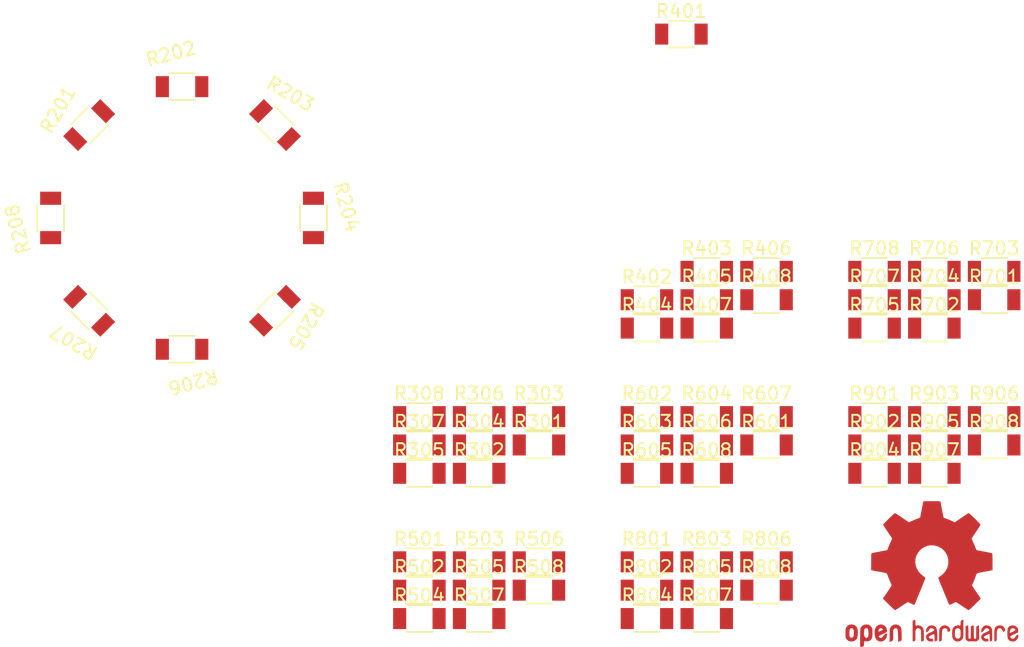
<source format=kicad_pcb>
(kicad_pcb (version 20211014) (generator pcbnew)
  (layers (0 "F.Cu" signal) (31 "B.Cu" signal) (34 "B.Paste" user) (35 "F.Paste" user) (36 "B.SilkS" user "B.Silkscreen") (37 "F.SilkS" user "F.Silkscreen") (38 "B.Mask" user) (39 "F.Mask" user) (44 "Edge.Cuts" user))
  (net 0 "")
  (footprint "Passives:R1206M" (layer "F.Cu") (at 77.380001 70.190001)
    (fp_text reference "R801" (at 0 -1.75) (layer "F.SilkS"))
    (fp_text value "1k" hide)
    (pad "1" smd rect locked (at -1.5 0) (size 1 1.6) (layers "F.Cu" "F.Paste" "F.Mask"))
    (pad "2" smd rect locked (at 1.5 0) (size 1 1.6) (layers "F.Cu" "F.Paste" "F.Mask"))
  )
  (footprint "Passives:R1206M" (layer "F.Cu") (at 77.380001 59.130001)
    (fp_text reference "R602" (at 0 -1.75) (layer "F.SilkS"))
    (fp_text value "1k" hide)
    (pad "1" smd rect locked (at -1.5 0) (size 1 1.6) (layers "F.Cu" "F.Paste" "F.Mask"))
    (pad "2" smd rect locked (at 1.5 0) (size 1 1.6) (layers "F.Cu" "F.Paste" "F.Mask"))
  )
  (footprint "Passives:R1206M" (layer "F.Cu") (at 77.380001 61.290001)
    (fp_text reference "R603" (at 0 -1.75) (layer "F.SilkS"))
    (fp_text value "1k" hide)
    (pad "1" smd rect locked (at -1.5 0) (size 1 1.6) (layers "F.Cu" "F.Paste" "F.Mask"))
    (pad "2" smd rect locked (at 1.5 0) (size 1 1.6) (layers "F.Cu" "F.Paste" "F.Mask"))
  )
  (footprint "Passives:R1206M" (layer "F.Cu") (at 81.930001 59.130001)
    (fp_text reference "R604" (at 0 -1.75) (layer "F.SilkS"))
    (fp_text value "1k" hide)
    (pad "1" smd rect locked (at -1.5 0) (size 1 1.6) (layers "F.Cu" "F.Paste" "F.Mask"))
    (pad "2" smd rect locked (at 1.5 0) (size 1 1.6) (layers "F.Cu" "F.Paste" "F.Mask"))
  )
  (footprint "Passives:R1206M" (layer "F.Cu") (at 77.380001 63.450001)
    (fp_text reference "R605" (at 0 -1.75) (layer "F.SilkS"))
    (fp_text value "1k" hide)
    (pad "1" smd rect locked (at -1.5 0) (size 1 1.6) (layers "F.Cu" "F.Paste" "F.Mask"))
    (pad "2" smd rect locked (at 1.5 0) (size 1 1.6) (layers "F.Cu" "F.Paste" "F.Mask"))
  )
  (footprint "Passives:R1206M" (layer "F.Cu") (at 81.930001 61.290001)
    (fp_text reference "R606" (at 0 -1.75) (layer "F.SilkS"))
    (fp_text value "1k" hide)
    (pad "1" smd rect locked (at -1.5 0) (size 1 1.6) (layers "F.Cu" "F.Paste" "F.Mask"))
    (pad "2" smd rect locked (at 1.5 0) (size 1 1.6) (layers "F.Cu" "F.Paste" "F.Mask"))
  )
  (footprint "Passives:R1206M" (layer "F.Cu") (at 86.480001 59.130001)
    (fp_text reference "R607" (at 0 -1.75) (layer "F.SilkS"))
    (fp_text value "1k" hide)
    (pad "1" smd rect locked (at -1.5 0) (size 1 1.6) (layers "F.Cu" "F.Paste" "F.Mask"))
    (pad "2" smd rect locked (at 1.5 0) (size 1 1.6) (layers "F.Cu" "F.Paste" "F.Mask"))
  )
  (footprint "Passives:R1206M" (layer "F.Cu") (at 81.930001 63.450001)
    (fp_text reference "R608" (at 0 -1.75) (layer "F.SilkS"))
    (fp_text value "1k" hide)
    (pad "1" smd rect locked (at -1.5 0) (size 1 1.6) (layers "F.Cu" "F.Paste" "F.Mask"))
    (pad "2" smd rect locked (at 1.5 0) (size 1 1.6) (layers "F.Cu" "F.Paste" "F.Mask"))
  )
  (footprint "Passives:R1206M" (layer "F.Cu") (at 103.800001 50.230001)
    (fp_text reference "R701" (at 0 -1.75) (layer "F.SilkS"))
    (fp_text value "1k" hide)
    (pad "1" smd rect locked (at -1.5 0) (size 1 1.6) (layers "F.Cu" "F.Paste" "F.Mask"))
    (pad "2" smd rect locked (at 1.5 0) (size 1 1.6) (layers "F.Cu" "F.Paste" "F.Mask"))
  )
  (footprint "Passives:R1206M" (layer "F.Cu") (at 99.250001 52.390001)
    (fp_text reference "R702" (at 0 -1.75) (layer "F.SilkS"))
    (fp_text value "1k" hide)
    (pad "1" smd rect locked (at -1.5 0) (size 1 1.6) (layers "F.Cu" "F.Paste" "F.Mask"))
    (pad "2" smd rect locked (at 1.5 0) (size 1 1.6) (layers "F.Cu" "F.Paste" "F.Mask"))
  )
  (footprint "Passives:R1206M" (layer "F.Cu") (at 103.800001 48.070001)
    (fp_text reference "R703" (at 0 -1.75) (layer "F.SilkS"))
    (fp_text value "1k" hide)
    (pad "1" smd rect locked (at -1.5 0) (size 1 1.6) (layers "F.Cu" "F.Paste" "F.Mask"))
    (pad "2" smd rect locked (at 1.5 0) (size 1 1.6) (layers "F.Cu" "F.Paste" "F.Mask"))
  )
  (footprint "Passives:R1206M" (layer "F.Cu") (at 99.250001 50.230001)
    (fp_text reference "R704" (at 0 -1.75) (layer "F.SilkS"))
    (fp_text value "1k" hide)
    (pad "1" smd rect locked (at -1.5 0) (size 1 1.6) (layers "F.Cu" "F.Paste" "F.Mask"))
    (pad "2" smd rect locked (at 1.5 0) (size 1 1.6) (layers "F.Cu" "F.Paste" "F.Mask"))
  )
  (footprint "Passives:R1206M" (layer "F.Cu") (at 94.700001 52.390001)
    (fp_text reference "R705" (at 0 -1.75) (layer "F.SilkS"))
    (fp_text value "1k" hide)
    (pad "1" smd rect locked (at -1.5 0) (size 1 1.6) (layers "F.Cu" "F.Paste" "F.Mask"))
    (pad "2" smd rect locked (at 1.5 0) (size 1 1.6) (layers "F.Cu" "F.Paste" "F.Mask"))
  )
  (footprint "Passives:R1206M" (layer "F.Cu") (at 99.250001 48.070001)
    (fp_text reference "R706" (at 0 -1.75) (layer "F.SilkS"))
    (fp_text value "1k" hide)
    (pad "1" smd rect locked (at -1.5 0) (size 1 1.6) (layers "F.Cu" "F.Paste" "F.Mask"))
    (pad "2" smd rect locked (at 1.5 0) (size 1 1.6) (layers "F.Cu" "F.Paste" "F.Mask"))
  )
  (footprint "Passives:R1206M" (layer "F.Cu") (at 94.700001 50.230001)
    (fp_text reference "R707" (at 0 -1.75) (layer "F.SilkS"))
    (fp_text value "1k" hide)
    (pad "1" smd rect locked (at -1.5 0) (size 1 1.6) (layers "F.Cu" "F.Paste" "F.Mask"))
    (pad "2" smd rect locked (at 1.5 0) (size 1 1.6) (layers "F.Cu" "F.Paste" "F.Mask"))
  )
  (footprint "Passives:R1206M" (layer "F.Cu") (at 94.700001 48.070001)
    (fp_text reference "R708" (at 0 -1.75) (layer "F.SilkS"))
    (fp_text value "1k" hide)
    (pad "1" smd rect locked (at -1.5 0) (size 1 1.6) (layers "F.Cu" "F.Paste" "F.Mask"))
    (pad "2" smd rect locked (at 1.5 0) (size 1 1.6) (layers "F.Cu" "F.Paste" "F.Mask"))
  )
  (footprint "Passives:R1206M" (layer "F.Cu") (at 86.480001 61.290001)
    (fp_text reference "R601" (at 0 -1.75) (layer "F.SilkS"))
    (fp_text value "1k" hide)
    (pad "1" smd rect locked (at -1.5 0) (size 1 1.6) (layers "F.Cu" "F.Paste" "F.Mask"))
    (pad "2" smd rect locked (at 1.5 0) (size 1 1.6) (layers "F.Cu" "F.Paste" "F.Mask"))
  )
  (footprint "Passives:R1206M" (layer "F.Cu") (at 77.380001 72.350001)
    (fp_text reference "R802" (at 0 -1.75) (layer "F.SilkS"))
    (fp_text value "1k" hide)
    (pad "1" smd rect locked (at -1.5 0) (size 1 1.6) (layers "F.Cu" "F.Paste" "F.Mask"))
    (pad "2" smd rect locked (at 1.5 0) (size 1 1.6) (layers "F.Cu" "F.Paste" "F.Mask"))
  )
  (footprint "Passives:R1206M" (layer "F.Cu") (at 81.930001 70.190001)
    (fp_text reference "R803" (at 0 -1.75) (layer "F.SilkS"))
    (fp_text value "1k" hide)
    (pad "1" smd rect locked (at -1.5 0) (size 1 1.6) (layers "F.Cu" "F.Paste" "F.Mask"))
    (pad "2" smd rect locked (at 1.5 0) (size 1 1.6) (layers "F.Cu" "F.Paste" "F.Mask"))
  )
  (footprint "Passives:R1206M" (layer "F.Cu") (at 77.380001 74.510001)
    (fp_text reference "R804" (at 0 -1.75) (layer "F.SilkS"))
    (fp_text value "1k" hide)
    (pad "1" smd rect locked (at -1.5 0) (size 1 1.6) (layers "F.Cu" "F.Paste" "F.Mask"))
    (pad "2" smd rect locked (at 1.5 0) (size 1 1.6) (layers "F.Cu" "F.Paste" "F.Mask"))
  )
  (footprint "Passives:R1206M" (layer "F.Cu") (at 81.930001 72.350001)
    (fp_text reference "R805" (at 0 -1.75) (layer "F.SilkS"))
    (fp_text value "1k" hide)
    (pad "1" smd rect locked (at -1.5 0) (size 1 1.6) (layers "F.Cu" "F.Paste" "F.Mask"))
    (pad "2" smd rect locked (at 1.5 0) (size 1 1.6) (layers "F.Cu" "F.Paste" "F.Mask"))
  )
  (footprint "Passives:R1206M" (layer "F.Cu") (at 86.480001 70.190001)
    (fp_text reference "R806" (at 0 -1.75) (layer "F.SilkS"))
    (fp_text value "1k" hide)
    (pad "1" smd rect locked (at -1.5 0) (size 1 1.6) (layers "F.Cu" "F.Paste" "F.Mask"))
    (pad "2" smd rect locked (at 1.5 0) (size 1 1.6) (layers "F.Cu" "F.Paste" "F.Mask"))
  )
  (footprint "Passives:R1206M" (layer "F.Cu") (at 81.930001 74.510001)
    (fp_text reference "R807" (at 0 -1.75) (layer "F.SilkS"))
    (fp_text value "1k" hide)
    (pad "1" smd rect locked (at -1.5 0) (size 1 1.6) (layers "F.Cu" "F.Paste" "F.Mask"))
    (pad "2" smd rect locked (at 1.5 0) (size 1 1.6) (layers "F.Cu" "F.Paste" "F.Mask"))
  )
  (footprint "Passives:R1206M" (layer "F.Cu") (at 86.480001 72.350001)
    (fp_text reference "R808" (at 0 -1.75) (layer "F.SilkS"))
    (fp_text value "1k" hide)
    (pad "1" smd rect locked (at -1.5 0) (size 1 1.6) (layers "F.Cu" "F.Paste" "F.Mask"))
    (pad "2" smd rect locked (at 1.5 0) (size 1 1.6) (layers "F.Cu" "F.Paste" "F.Mask"))
  )
  (footprint "Passives:R1206M" (layer "F.Cu") (at 94.700001 59.130001)
    (fp_text reference "R901" (at 0 -1.75) (layer "F.SilkS"))
    (fp_text value "1k" hide)
    (pad "1" smd rect locked (at -1.5 0) (size 1 1.6) (layers "F.Cu" "F.Paste" "F.Mask"))
    (pad "2" smd rect locked (at 1.5 0) (size 1 1.6) (layers "F.Cu" "F.Paste" "F.Mask"))
  )
  (footprint "Passives:R1206M" (layer "F.Cu") (at 94.700001 61.290001)
    (fp_text reference "R902" (at 0 -1.75) (layer "F.SilkS"))
    (fp_text value "1k" hide)
    (pad "1" smd rect locked (at -1.5 0) (size 1 1.6) (layers "F.Cu" "F.Paste" "F.Mask"))
    (pad "2" smd rect locked (at 1.5 0) (size 1 1.6) (layers "F.Cu" "F.Paste" "F.Mask"))
  )
  (footprint "Passives:R1206M" (layer "F.Cu") (at 99.250001 59.130001)
    (fp_text reference "R903" (at 0 -1.75) (layer "F.SilkS"))
    (fp_text value "1k" hide)
    (pad "1" smd rect locked (at -1.5 0) (size 1 1.6) (layers "F.Cu" "F.Paste" "F.Mask"))
    (pad "2" smd rect locked (at 1.5 0) (size 1 1.6) (layers "F.Cu" "F.Paste" "F.Mask"))
  )
  (footprint "Passives:R1206M" (layer "F.Cu") (at 94.700001 63.450001)
    (fp_text reference "R904" (at 0 -1.75) (layer "F.SilkS"))
    (fp_text value "1k" hide)
    (pad "1" smd rect locked (at -1.5 0) (size 1 1.6) (layers "F.Cu" "F.Paste" "F.Mask"))
    (pad "2" smd rect locked (at 1.5 0) (size 1 1.6) (layers "F.Cu" "F.Paste" "F.Mask"))
  )
  (footprint "Passives:R1206M" (layer "F.Cu") (at 99.250001 61.290001)
    (fp_text reference "R905" (at 0 -1.75) (layer "F.SilkS"))
    (fp_text value "1k" hide)
    (pad "1" smd rect locked (at -1.5 0) (size 1 1.6) (layers "F.Cu" "F.Paste" "F.Mask"))
    (pad "2" smd rect locked (at 1.5 0) (size 1 1.6) (layers "F.Cu" "F.Paste" "F.Mask"))
  )
  (footprint "Passives:R1206M" (layer "F.Cu") (at 103.800001 59.130001)
    (fp_text reference "R906" (at 0 -1.75) (layer "F.SilkS"))
    (fp_text value "1k" hide)
    (pad "1" smd rect locked (at -1.5 0) (size 1 1.6) (layers "F.Cu" "F.Paste" "F.Mask"))
    (pad "2" smd rect locked (at 1.5 0) (size 1 1.6) (layers "F.Cu" "F.Paste" "F.Mask"))
  )
  (footprint "Passives:R1206M" (layer "F.Cu") (at 99.250001 63.450001)
    (fp_text reference "R907" (at 0 -1.75) (layer "F.SilkS"))
    (fp_text value "1k" hide)
    (pad "1" smd rect locked (at -1.5 0) (size 1 1.6) (layers "F.Cu" "F.Paste" "F.Mask"))
    (pad "2" smd rect locked (at 1.5 0) (size 1 1.6) (layers "F.Cu" "F.Paste" "F.Mask"))
  )
  (footprint "Passives:R1206M" (layer "F.Cu") (at 103.800001 61.290001)
    (fp_text reference "R908" (at 0 -1.75) (layer "F.SilkS"))
    (fp_text value "1k" hide)
    (pad "1" smd rect locked (at -1.5 0) (size 1 1.6) (layers "F.Cu" "F.Paste" "F.Mask"))
    (pad "2" smd rect locked (at 1.5 0) (size 1 1.6) (layers "F.Cu" "F.Paste" "F.Mask"))
  )
  (footprint "Passives:R1206M" (layer "F.Cu") (at 80 30)
    (fp_text reference "R401" (at 0 -1.75) (layer "F.SilkS"))
    (fp_text value "1k" hide)
    (pad "1" smd rect locked (at -1.5 0) (size 1 1.6) (layers "F.Cu" "F.Paste" "F.Mask"))
    (pad "2" smd rect locked (at 1.5 0) (size 1 1.6) (layers "F.Cu" "F.Paste" "F.Mask"))
  )
  (footprint "Passives:R1206M" (layer "F.Cu") (at 42 34)
    (fp_text reference "R202" (at -0.852 -2.504 15 unlocked) (layer "F.SilkS"))
    (fp_text value "1k" hide)
    (pad "1" smd rect locked (at -1.5 0) (size 1 1.6) (layers "F.Cu" "F.Paste" "F.Mask"))
    (pad "2" smd rect locked (at 1.5 0) (size 1 1.6) (layers "F.Cu" "F.Paste" "F.Mask"))
  )
  (footprint "Passives:R1206M" (layer "F.Cu") (at 49.071067 36.928932 -45)
    (fp_text reference "R203" (at -0.852001 -2.504 -30 unlocked) (layer "F.SilkS"))
    (fp_text value "1k" hide)
    (pad "1" smd rect locked (at -1.5 0 315) (size 1 1.6) (layers "F.Cu" "F.Paste" "F.Mask"))
    (pad "2" smd rect locked (at 1.5 0 315) (size 1 1.6) (layers "F.Cu" "F.Paste" "F.Mask"))
  )
  (footprint "Passives:R1206M" (layer "F.Cu") (at 52 44 -90)
    (fp_text reference "R204" (at -0.852 -2.504 -75 unlocked) (layer "F.SilkS"))
    (fp_text value "1k" hide)
    (pad "1" smd rect locked (at -1.5 0 270) (size 1 1.6) (layers "F.Cu" "F.Paste" "F.Mask"))
    (pad "2" smd rect locked (at 1.5 0 270) (size 1 1.6) (layers "F.Cu" "F.Paste" "F.Mask"))
  )
  (footprint "Passives:R1206M" (layer "F.Cu") (at 49.071067 51.071067 -135)
    (fp_text reference "R205" (at -0.852 -2.503999 -120 unlocked) (layer "F.SilkS"))
    (fp_text value "1k" hide)
    (pad "1" smd rect locked (at -1.5 0 225) (size 1 1.6) (layers "F.Cu" "F.Paste" "F.Mask"))
    (pad "2" smd rect locked (at 1.5 0 225) (size 1 1.6) (layers "F.Cu" "F.Paste" "F.Mask"))
  )
  (footprint "Passives:R1206M" (layer "F.Cu") (at 42 54 180)
    (fp_text reference "R206" (at -0.852 -2.504 195 unlocked) (layer "F.SilkS"))
    (fp_text value "1k" hide)
    (pad "1" smd rect locked (at -1.5 0 180) (size 1 1.6) (layers "F.Cu" "F.Paste" "F.Mask"))
    (pad "2" smd rect locked (at 1.5 0 180) (size 1 1.6) (layers "F.Cu" "F.Paste" "F.Mask"))
  )
  (footprint "Passives:R1206M" (layer "F.Cu") (at 34.928932 51.071067 135)
    (fp_text reference "R207" (at -0.851999 -2.504 150 unlocked) (layer "F.SilkS"))
    (fp_text value "1k" hide)
    (pad "1" smd rect locked (at -1.5 0 135) (size 1 1.6) (layers "F.Cu" "F.Paste" "F.Mask"))
    (pad "2" smd rect locked (at 1.5 0 135) (size 1 1.6) (layers "F.Cu" "F.Paste" "F.Mask"))
  )
  (footprint "Passives:R1206M" (layer "F.Cu") (at 32 44 90)
    (fp_text reference "R208" (at -0.852 -2.504 105 unlocked) (layer "F.SilkS"))
    (fp_text value "1k" hide)
    (pad "1" smd rect locked (at -1.5 0 90) (size 1 1.6) (layers "F.Cu" "F.Paste" "F.Mask"))
    (pad "2" smd rect locked (at 1.5 0 90) (size 1 1.6) (layers "F.Cu" "F.Paste" "F.Mask"))
  )
  (footprint "Passives:R1206M" (layer "F.Cu") (at 69.160001 61.290001)
    (fp_text reference "R301" (at 0 -1.75) (layer "F.SilkS"))
    (fp_text value "1k" hide)
    (pad "1" smd rect locked (at -1.5 0) (size 1 1.6) (layers "F.Cu" "F.Paste" "F.Mask"))
    (pad "2" smd rect locked (at 1.5 0) (size 1 1.6) (layers "F.Cu" "F.Paste" "F.Mask"))
  )
  (footprint "Passives:R1206M" (layer "F.Cu") (at 64.610001 63.450001)
    (fp_text reference "R302" (at 0 -1.75) (layer "F.SilkS"))
    (fp_text value "1k" hide)
    (pad "1" smd rect locked (at -1.5 0) (size 1 1.6) (layers "F.Cu" "F.Paste" "F.Mask"))
    (pad "2" smd rect locked (at 1.5 0) (size 1 1.6) (layers "F.Cu" "F.Paste" "F.Mask"))
  )
  (footprint "Passives:R1206M" (layer "F.Cu") (at 69.160001 59.130001)
    (fp_text reference "R303" (at 0 -1.75) (layer "F.SilkS"))
    (fp_text value "1k" hide)
    (pad "1" smd rect locked (at -1.5 0) (size 1 1.6) (layers "F.Cu" "F.Paste" "F.Mask"))
    (pad "2" smd rect locked (at 1.5 0) (size 1 1.6) (layers "F.Cu" "F.Paste" "F.Mask"))
  )
  (footprint "Passives:R1206M" (layer "F.Cu") (at 64.610001 61.290001)
    (fp_text reference "R304" (at 0 -1.75) (layer "F.SilkS"))
    (fp_text value "1k" hide)
    (pad "1" smd rect locked (at -1.5 0) (size 1 1.6) (layers "F.Cu" "F.Paste" "F.Mask"))
    (pad "2" smd rect locked (at 1.5 0) (size 1 1.6) (layers "F.Cu" "F.Paste" "F.Mask"))
  )
  (footprint "Passives:R1206M" (layer "F.Cu") (at 60.060001 63.450001)
    (fp_text reference "R305" (at 0 -1.75) (layer "F.SilkS"))
    (fp_text value "1k" hide)
    (pad "1" smd rect locked (at -1.5 0) (size 1 1.6) (layers "F.Cu" "F.Paste" "F.Mask"))
    (pad "2" smd rect locked (at 1.5 0) (size 1 1.6) (layers "F.Cu" "F.Paste" "F.Mask"))
  )
  (footprint "Passives:R1206M" (layer "F.Cu") (at 64.610001 59.130001)
    (fp_text reference "R306" (at 0 -1.75) (layer "F.SilkS"))
    (fp_text value "1k" hide)
    (pad "1" smd rect locked (at -1.5 0) (size 1 1.6) (layers "F.Cu" "F.Paste" "F.Mask"))
    (pad "2" smd rect locked (at 1.5 0) (size 1 1.6) (layers "F.Cu" "F.Paste" "F.Mask"))
  )
  (footprint "Passives:R1206M" (layer "F.Cu") (at 60.060001 61.290001)
    (fp_text reference "R307" (at 0 -1.75) (layer "F.SilkS"))
    (fp_text value "1k" hide)
    (pad "1" smd rect locked (at -1.5 0) (size 1 1.6) (layers "F.Cu" "F.Paste" "F.Mask"))
    (pad "2" smd rect locked (at 1.5 0) (size 1 1.6) (layers "F.Cu" "F.Paste" "F.Mask"))
  )
  (footprint "Passives:R1206M" (layer "F.Cu") (at 60.060001 59.130001)
    (fp_text reference "R308" (at 0 -1.75) (layer "F.SilkS"))
    (fp_text value "1k" hide)
    (pad "1" smd rect locked (at -1.5 0) (size 1 1.6) (layers "F.Cu" "F.Paste" "F.Mask"))
    (pad "2" smd rect locked (at 1.5 0) (size 1 1.6) (layers "F.Cu" "F.Paste" "F.Mask"))
  )
  (footprint "Passives:R1206M" (layer "F.Cu") (at 34.928932 36.928932 45)
    (fp_text reference "R201" (at -0.852 -2.504001 60 unlocked) (layer "F.SilkS"))
    (fp_text value "1k" hide)
    (pad "1" smd rect locked (at -1.5 0 45) (size 1 1.6) (layers "F.Cu" "F.Paste" "F.Mask"))
    (pad "2" smd rect locked (at 1.5 0 45) (size 1 1.6) (layers "F.Cu" "F.Paste" "F.Mask"))
  )
  (footprint "Passives:R1206M" (layer "F.Cu") (at 77.380001 50.230001)
    (fp_text reference "R402" (at 0 -1.75) (layer "F.SilkS"))
    (fp_text value "1k" hide)
    (pad "1" smd rect locked (at -1.5 0) (size 1 1.6) (layers "F.Cu" "F.Paste" "F.Mask"))
    (pad "2" smd rect locked (at 1.5 0) (size 1 1.6) (layers "F.Cu" "F.Paste" "F.Mask"))
  )
  (footprint "Passives:R1206M" (layer "F.Cu") (at 81.930001 48.070001)
    (fp_text reference "R403" (at 0 -1.75) (layer "F.SilkS"))
    (fp_text value "1k" hide)
    (pad "1" smd rect locked (at -1.5 0) (size 1 1.6) (layers "F.Cu" "F.Paste" "F.Mask"))
    (pad "2" smd rect locked (at 1.5 0) (size 1 1.6) (layers "F.Cu" "F.Paste" "F.Mask"))
  )
  (footprint "Passives:R1206M" (layer "F.Cu") (at 77.380001 52.390001)
    (fp_text reference "R404" (at 0 -1.75) (layer "F.SilkS"))
    (fp_text value "1k" hide)
    (pad "1" smd rect locked (at -1.5 0) (size 1 1.6) (layers "F.Cu" "F.Paste" "F.Mask"))
    (pad "2" smd rect locked (at 1.5 0) (size 1 1.6) (layers "F.Cu" "F.Paste" "F.Mask"))
  )
  (footprint "Passives:R1206M" (layer "F.Cu") (at 81.930001 50.230001)
    (fp_text reference "R405" (at 0 -1.75) (layer "F.SilkS"))
    (fp_text value "1k" hide)
    (pad "1" smd rect locked (at -1.5 0) (size 1 1.6) (layers "F.Cu" "F.Paste" "F.Mask"))
    (pad "2" smd rect locked (at 1.5 0) (size 1 1.6) (layers "F.Cu" "F.Paste" "F.Mask"))
  )
  (footprint "Passives:R1206M" (layer "F.Cu") (at 86.480001 48.070001)
    (fp_text reference "R406" (at 0 -1.75) (layer "F.SilkS"))
    (fp_text value "1k" hide)
    (pad "1" smd rect locked (at -1.5 0) (size 1 1.6) (layers "F.Cu" "F.Paste" "F.Mask"))
    (pad "2" smd rect locked (at 1.5 0) (size 1 1.6) (layers "F.Cu" "F.Paste" "F.Mask"))
  )
  (footprint "Passives:R1206M" (layer "F.Cu") (at 81.930001 52.390001)
    (fp_text reference "R407" (at 0 -1.75) (layer "F.SilkS"))
    (fp_text value "1k" hide)
    (pad "1" smd rect locked (at -1.5 0) (size 1 1.6) (layers "F.Cu" "F.Paste" "F.Mask"))
    (pad "2" smd rect locked (at 1.5 0) (size 1 1.6) (layers "F.Cu" "F.Paste" "F.Mask"))
  )
  (footprint "Passives:R1206M" (layer "F.Cu") (at 86.480001 50.230001)
    (fp_text reference "R408" (at 0 -1.75) (layer "F.SilkS"))
    (fp_text value "1k" hide)
    (pad "1" smd rect locked (at -1.5 0) (size 1 1.6) (layers "F.Cu" "F.Paste" "F.Mask"))
    (pad "2" smd rect locked (at 1.5 0) (size 1 1.6) (layers "F.Cu" "F.Paste" "F.Mask"))
  )
  (footprint "Passives:R1206M" (layer "F.Cu") (at 60.060001 70.190001)
    (fp_text reference "R501" (at 0 -1.75) (layer "F.SilkS"))
    (fp_text value "1k" hide)
    (pad "1" smd rect locked (at -1.5 0) (size 1 1.6) (layers "F.Cu" "F.Paste" "F.Mask"))
    (pad "2" smd rect locked (at 1.5 0) (size 1 1.6) (layers "F.Cu" "F.Paste" "F.Mask"))
  )
  (footprint "Passives:R1206M" (layer "F.Cu") (at 60.060001 72.350001)
    (fp_text reference "R502" (at 0 -1.75) (layer "F.SilkS"))
    (fp_text value "1k" hide)
    (pad "1" smd rect locked (at -1.5 0) (size 1 1.6) (layers "F.Cu" "F.Paste" "F.Mask"))
    (pad "2" smd rect locked (at 1.5 0) (size 1 1.6) (layers "F.Cu" "F.Paste" "F.Mask"))
  )
  (footprint "Passives:R1206M" (layer "F.Cu") (at 64.610001 70.190001)
    (fp_text reference "R503" (at 0 -1.75) (layer "F.SilkS"))
    (fp_text value "1k" hide)
    (pad "1" smd rect locked (at -1.5 0) (size 1 1.6) (layers "F.Cu" "F.Paste" "F.Mask"))
    (pad "2" smd rect locked (at 1.5 0) (size 1 1.6) (layers "F.Cu" "F.Paste" "F.Mask"))
  )
  (footprint "Passives:R1206M" (layer "F.Cu") (at 60.060001 74.510001)
    (fp_text reference "R504" (at 0 -1.75) (layer "F.SilkS"))
    (fp_text value "1k" hide)
    (pad "1" smd rect locked (at -1.5 0) (size 1 1.6) (layers "F.Cu" "F.Paste" "F.Mask"))
    (pad "2" smd rect locked (at 1.5 0) (size 1 1.6) (layers "F.Cu" "F.Paste" "F.Mask"))
  )
  (footprint "Passives:R1206M" (layer "F.Cu") (at 64.610001 72.350001)
    (fp_text reference "R505" (at 0 -1.75) (layer "F.SilkS"))
    (fp_text value "1k" hide)
    (pad "1" smd rect locked (at -1.5 0) (size 1 1.6) (layers "F.Cu" "F.Paste" "F.Mask"))
    (pad "2" smd rect locked (at 1.5 0) (size 1 1.6) (layers "F.Cu" "F.Paste" "F.Mask"))
  )
  (footprint "Passives:R1206M" (layer "F.Cu") (at 69.160001 70.190001)
    (fp_text reference "R506" (at 0 -1.75) (layer "F.SilkS"))
    (fp_text value "1k" hide)
    (pad "1" smd rect locked (at -1.5 0) (size 1 1.6) (layers "F.Cu" "F.Paste" "F.Mask"))
    (pad "2" smd rect locked (at 1.5 0) (size 1 1.6) (layers "F.Cu" "F.Paste" "F.Mask"))
  )
  (footprint "Passives:R1206M" (layer "F.Cu") (at 64.610001 74.510001)
    (fp_text reference "R507" (at 0 -1.75) (layer "F.SilkS"))
    (fp_text value "1k" hide)
    (pad "1" smd rect locked (at -1.5 0) (size 1 1.6) (layers "F.Cu" "F.Paste" "F.Mask"))
    (pad "2" smd rect locked (at 1.5 0) (size 1 1.6) (layers "F.Cu" "F.Paste" "F.Mask"))
  )
  (footprint "Passives:R1206M" (layer "F.Cu") (at 69.160001 72.350001)
    (fp_text reference "R508" (at 0 -1.75) (layer "F.SilkS"))
    (fp_text value "1k" hide)
    (pad "1" smd rect locked (at -1.5 0) (size 1 1.6) (layers "F.Cu" "F.Paste" "F.Mask"))
    (pad "2" smd rect locked (at 1.5 0) (size 1 1.6) (layers "F.Cu" "F.Paste" "F.Mask"))
  )
  (footprint "Symbol:OSHW-Logo2_14.6x12mm_Copper" (layer "F.Cu") (at 99.06 71.12)
    (fp_text reference "REF**" hide)
    (fp_text value "OSHW-Logo2_14.6x12mm_Copper" hide)
    (fp_poly (pts (xy -4.8281 3.861903) (xy -4.71655 3.917522) (xy -4.618092 4.019931) (xy -4.590977 4.057864) (xy -4.561438 4.1075) (xy -4.542272 4.161412) (xy -4.531307 4.233364) (xy -4.526371 4.337122) (xy -4.525287 4.474101) (xy -4.530182 4.661815) (xy -4.547196 4.802758) (xy -4.579823 4.907908) (xy -4.631558 4.988243) (xy -4.705896 5.054741) (xy -4.711358 5.058678) (xy -4.78462 5.098953) (xy -4.87284 5.11888) (xy -4.985038 5.123793) (xy -5.167433 5.123793) (xy -5.167509 5.300857) (xy -5.169207 5.39947) (xy -5.17955 5.457314) (xy -5.206578 5.492006) (xy -5.258332 5.521164) (xy -5.270761 5.527121) (xy -5.328923 5.555039) (xy -5.373956 5.572672) (xy -5.407441 5.574194) (xy -5.430962 5.553781) (xy -5.4461 5.505607) (xy -5.454437 5.423846) (xy -5.457556 5.302672) (xy -5.45704 5.13626) (xy -5.454471 4.918785) (xy -5.453668 4.853736) (xy -5.450778 4.629502) (xy -5.448188 4.482821) (xy -5.167586 4.482821) (xy -5.166009 4.607326) (xy -5.159 4.688787) (xy -5.143142 4.742515) (xy -5.115019 4.783823) (xy -5.095925 4.803971) (xy -5.017865 4.862921) (xy -4.948753 4.86772) (xy -4.87744 4.819038) (xy -4.875632 4.817241) (xy -4.846617 4.779618) (xy -4.828967 4.728484) (xy -4.820064 4.649738) (xy -4.817291 4.529276) (xy -4.817241 4.502588) (xy -4.823942 4.336583) (xy -4.845752 4.221505) (xy -4.885235 4.151254) (xy -4.944956 4.119729) (xy -4.979472 4.116552) (xy -5.061389 4.13146) (xy -5.117579 4.180548) (xy -5.151402 4.270362) (xy -5.16622 4.407445) (xy -5.167586 4.482821) (xy -5.448188 4.482821) (xy -5.447713 4.455952) (xy -5.443753 4.325382) (xy -5.438174 4.230087) (xy -5.430254 4.162364) (xy -5.419269 4.114507) (xy -5.404499 4.078813) (xy -5.385218 4.047578) (xy -5.376951 4.035824) (xy -5.267288 3.924797) (xy -5.128635 3.861847) (xy -4.968246 3.844297) (xy -4.8281 3.861903)) (layer "F.Cu") (width 0.01) (fill solid))
    (fp_poly (pts (xy 6.343439 3.95654) (xy 6.45895 4.032034) (xy 6.514664 4.099617) (xy 6.558804 4.222255) (xy 6.562309 4.319298) (xy 6.554368 4.449056) (xy 6.255115 4.580039) (xy 6.109611 4.646958) (xy 6.014537 4.70079) (xy 5.965101 4.747416) (xy 5.956511 4.79272) (xy 5.983972 4.842582) (xy 6.014253 4.875632) (xy 6.102363 4.928633) (xy 6.198196 4.932347) (xy 6.286212 4.891041) (xy 6.350869 4.808983) (xy 6.362433 4.780008) (xy 6.417825 4.689509) (xy 6.481553 4.65094) (xy 6.568966 4.617946) (xy 6.568966 4.743034) (xy 6.561238 4.828156) (xy 6.530966 4.899938) (xy 6.467518 4.982356) (xy 6.458088 4.993066) (xy 6.387513 5.066391) (xy 6.326847 5.105742) (xy 6.25095 5.123845) (xy 6.18803 5.129774) (xy 6.075487 5.131251) (xy 5.99537 5.112535) (xy 5.94539 5.084747) (xy 5.866838 5.023641) (xy 5.812463 4.957554) (xy 5.778052 4.874441) (xy 5.759388 4.762254) (xy 5.752256 4.608946) (xy 5.751687 4.531136) (xy 5.753622 4.437853) (xy 5.929899 4.437853) (xy 5.931944 4.487896) (xy 5.937039 4.496092) (xy 5.970666 4.484958) (xy 6.04303 4.455493) (xy 6.139747 4.413601) (xy 6.159973 4.404597) (xy 6.282203 4.342442) (xy 6.349547 4.287815) (xy 6.364348 4.236649) (xy 6.328947 4.184876) (xy 6.299711 4.162) (xy 6.194216 4.11625) (xy 6.095476 4.123808) (xy 6.012812 4.179651) (xy 5.955548 4.278753) (xy 5.937188 4.357414) (xy 5.929899 4.437853) (xy 5.753622 4.437853) (xy 5.755459 4.349351) (xy 5.769359 4.214853) (xy 5.796894 4.116916) (xy 5.841572 4.044811) (xy 5.906901 3.987813) (xy 5.935383 3.969393) (xy 6.064763 3.921422) (xy 6.206412 3.918403) (xy 6.343439 3.95654)) (layer "F.Cu") (width 0.01) (fill solid))
    (fp_poly (pts (xy 5.33569 3.940018) (xy 5.370585 3.955269) (xy 5.453877 4.021235) (xy 5.525103 4.116618) (xy 5.569153 4.218406) (xy 5.576322 4.268587) (xy 5.552285 4.338647) (xy 5.499561 4.375717) (xy 5.443031 4.398164) (xy 5.417146 4.4023) (xy 5.404542 4.372283) (xy 5.379654 4.306961) (xy 5.368735 4.277445) (xy 5.307508 4.175348) (xy 5.218861 4.124423) (xy 5.105193 4.125989) (xy 5.096774 4.127994) (xy 5.036088 4.156767) (xy 4.991474 4.212859) (xy 4.961002 4.303163) (xy 4.942744 4.434571) (xy 4.934771 4.613974) (xy 4.934023 4.709433) (xy 4.933652 4.859913) (xy 4.931223 4.962495) (xy 4.92476 5.027672) (xy 4.912288 5.065938) (xy 4.891833 5.087785) (xy 4.861419 5.103707) (xy 4.859661 5.104509) (xy 4.801091 5.129272) (xy 4.772075 5.138391) (xy 4.767616 5.110822) (xy 4.763799 5.03462) (xy 4.760899 4.919541) (xy 4.759191 4.775341) (xy 4.758851 4.669814) (xy 4.760588 4.465613) (xy 4.767382 4.310697) (xy 4.781607 4.196024) (xy 4.805638 4.112551) (xy 4.841848 4.051236) (xy 4.892612 4.003034) (xy 4.942739 3.969393) (xy 5.063275 3.924619) (xy 5.203557 3.914521) (xy 5.33569 3.940018)) (layer "F.Cu") (width 0.01) (fill solid))
    (fp_poly (pts (xy 0.209014 -5.547002) (xy 0.367006 -5.546137) (xy 0.481347 -5.543795) (xy 0.559407 -5.539238) (xy 0.608554 -5.53173) (xy 0.636159 -5.520534) (xy 0.649592 -5.504912) (xy 0.656221 -5.484127) (xy 0.656865 -5.481437) (xy 0.666935 -5.432887) (xy 0.685575 -5.337095) (xy 0.710845 -5.204257) (xy 0.740807 -5.044569) (xy 0.773522 -4.868226) (xy 0.774664 -4.862033) (xy 0.807433 -4.689218) (xy 0.838093 -4.536531) (xy 0.864664 -4.413129) (xy 0.885167 -4.328169) (xy 0.897626 -4.29081) (xy 0.89822 -4.290148) (xy 0.934919 -4.271905) (xy 1.010586 -4.241503) (xy 1.108878 -4.205507) (xy 1.109425 -4.205315) (xy 1.233233 -4.158778) (xy 1.379196 -4.099496) (xy 1.516781 -4.039891) (xy 1.523293 -4.036944) (xy 1.74739 -3.935235) (xy 2.243619 -4.274103) (xy 2.395846 -4.377408) (xy 2.533741 -4.469763) (xy 2.649315 -4.545916) (xy 2.734579 -4.600615) (xy 2.781544 -4.628607) (xy 2.786004 -4.630683) (xy 2.820134 -4.62144) (xy 2.883881 -4.576844) (xy 2.979731 -4.494791) (xy 3.110169 -4.373179) (xy 3.243328 -4.243795) (xy 3.371694 -4.116298) (xy 3.486581 -3.999954) (xy 3.581073 -3.901948) (xy 3.648253 -3.829464) (xy 3.681206 -3.789687) (xy 3.682432 -3.787639) (xy 3.686074 -3.760344) (xy 3.67235 -3.715766) (xy 3.637869 -3.647888) (xy 3.579239 -3.550689) (xy 3.49307 -3.418149) (xy 3.3782 -3.247524) (xy 3.276254 -3.097345) (xy 3.185123 -2.96265) (xy 3.110073 -2.85126) (xy 3.056369 -2.770995) (xy 3.02928 -2.729675) (xy 3.027574 -2.72687) (xy 3.030882 -2.687279) (xy 3.055953 -2.610331) (xy 3.097798 -2.510568) (xy 3.112712 -2.478709) (xy 3.177786 -2.336774) (xy 3.247212 -2.175727) (xy 3.303609 -2.036379) (xy 3.344247 -1.932956) (xy 3.376526 -1.854358) (xy 3.395178 -1.81328) (xy 3.397497 -1.810115) (xy 3.431803 -1.804872) (xy 3.512669 -1.790506) (xy 3.629343 -1.769063) (xy 3.771075 -1.742587) (xy 3.92711 -1.713123) (xy 4.086698 -1.682717) (xy 4.239085 -1.653412) (xy 4.373521 -1.627255) (xy 4.479252 -1.60629) (xy 4.545526 -1.592561) (xy 4.561782 -1.58868) (xy 4.578573 -1.5791) (xy 4.591249 -1.557464) (xy 4.600378 -1.516469) (xy 4.606531 -1.448811) (xy 4.61028 -1.347188) (xy 4.612192 -1.204297) (xy 4.61284 -1.012835) (xy 4.612874 -0.934355) (xy 4.612874 -0.296094) (xy 4.459598 -0.26584) (xy 4.374322 -0.249436) (xy 4.24707 -0.225491) (xy 4.093315 -0.196893) (xy 3.928534 -0.166533) (xy 3.882989 -0.158194) (xy 3.730932 -0.12863) (xy 3.598468 -0.099558) (xy 3.496714 -0.073671) (xy 3.436788 -0.053663) (xy 3.426805 -0.047699) (xy 3.402293 -0.005466) (xy 3.367148 0.07637) (xy 3.328173 0.181683) (xy 3.320442 0.204368) (xy 3.26936 0.345018) (xy 3.205954 0.503714) (xy 3.143904 0.646225) (xy 3.143598 0.646886) (xy 3.040267 0.87044) (xy 3.719961 1.870232) (xy 3.283621 2.3073) (xy 3.151649 2.437381) (xy 3.031279 2.552048) (xy 2.929273 2.645181) (xy 2.852391 2.710658) (xy 2.807393 2.742357) (xy 2.800938 2.744368) (xy 2.76304 2.728529) (xy 2.685708 2.684496) (xy 2.577389 2.61749) (xy 2.446532 2.532734) (xy 2.305052 2.437816) (xy 2.161461 2.340998) (xy 2.033435 2.256751) (xy 1.929105 2.190258) (xy 1.8566 2.146702) (xy 1.824158 2.131264) (xy 1.784576 2.144328) (xy 1.709519 2.17875) (xy 1.614468 2.22738) (xy 1.604392 2.232785) (xy 1.476391 2.29698) (xy 1.388618 2.328463) (xy 1.334028 2.328798) (xy 1.305575 2.299548) (xy 1.30541 2.299138) (xy 1.291188 2.264498) (xy 1.257269 2.182269) (xy 1.206284 2.058814) (xy 1.140862 1.900498) (xy 1.063634 1.713686) (xy 0.977229 1.504742) (xy 0.893551 1.302446) (xy 0.801588 1.0792) (xy 0.71715 0.872392) (xy 0.642769 0.688362) (xy 0.580974 0.533451) (xy 0.534297 0.413996) (xy 0.505268 0.336339) (xy 0.496322 0.307356) (xy 0.518756 0.27411) (xy 0.577439 0.221123) (xy 0.655689 0.162704) (xy 0.878534 -0.022048) (xy 1.052718 -0.233818) (xy 1.176154 -0.468144) (xy 1.246754 -0.720566) (xy 1.262431 -0.986623) (xy 1.251036 -1.109425) (xy 1.18895 -1.364207) (xy 1.082023 -1.589199) (xy 0.936889 -1.782183) (xy 0.760178 -1.940939) (xy 0.558522 -2.06325) (xy 0.338554 -2.146895) (xy 0.106906 -2.189656) (xy -0.129791 -2.189313) (xy -0.364905 -2.143648) (xy -0.591804 -2.050441) (xy -0.803856 -1.907473) (xy -0.892364 -1.826617) (xy -1.062111 -1.618993) (xy -1.180301 -1.392105) (xy -1.247722 -1.152567) (xy -1.26516 -0.906993) (xy -1.233402 -0.661997) (xy -1.153235 -0.424192) (xy -1.025445 -0.200193) (xy -0.85082 0.003387) (xy -0.655688 0.162704) (xy -0.574409 0.223602) (xy -0.516991 0.276015) (xy -0.496322 0.307406) (xy -0.507144 0.341639) (xy -0.537923 0.423419) (xy -0.586126 0.546407) (xy -0.649222 0.704263) (xy -0.724678 0.890649) (xy -0.809962 1.099226) (xy -0.893781 1.302496) (xy -0.986255 1.525933) (xy -1.071911 1.732984) (xy -1.148118 1.917286) (xy -1.212247 2.072475) (xy -1.261668 2.192188) (xy -1.293752 2.270061) (xy -1.305641 2.299138) (xy -1.333726 2.328677) (xy -1.388051 2.328591) (xy -1.475605 2.297326) (xy -1.603381 2.233329) (xy -1.604392 2.232785) (xy -1.700598 2.183121) (xy -1.778369 2.146945) (xy -1.822223 2.131408) (xy -1.824158 2.131264) (xy -1.857171 2.147024) (xy -1.930054 2.19085) (xy -2.034678 2.257557) (xy -2.16291 2.341964) (xy -2.305052 2.437816) (xy -2.449767 2.534867) (xy -2.580196 2.61927) (xy -2.68789 2.685801) (xy -2.764402 2.729238) (xy -2.800938 2.744368) (xy -2.834582 2.724482) (xy -2.902224 2.668903) (xy -2.997107 2.583754) (xy -3.11247 2.475153) (xy -3.241555 2.349221) (xy -3.283771 2.307149) (xy -3.720261 1.869931) (xy -3.388023 1.38234) (xy -3.287054 1.232605) (xy -3.198438 1.09822) (xy -3.127146 0.986969) (xy -3.07815 0.906639) (xy -3.056422 0.865014) (xy -3.055785 0.862053) (xy -3.06724 0.822818) (xy -3.098051 0.743895) (xy -3.142884 0.638509) (xy -3.174353 0.567954) (xy -3.233192 0.432876) (xy -3.288604 0.296409) (xy -3.331564 0.181103) (xy -3.343234 0.145977) (xy -3.376389 0.052174) (xy -3.408799 -0.020306) (xy -3.426601 -0.047699) (xy -3.465886 -0.064464) (xy -3.551626 -0.08823) (xy -3.672697 -0.116303) (xy -3.817973 -0.145991) (xy -3.882988 -0.158194) (xy -4.048087 -0.188532) (xy -4.206448 -0.217907) (xy -4.342596 -0.243431) (xy -4.441057 -0.262215) (xy -4.459598 -0.26584) (xy -4.612873 -0.296094) (xy -4.612873 -0.934355) (xy -4.612529 -1.14423) (xy -4.611116 -1.30302) (xy -4.608064 -1.418027) (xy -4.602803 -1.496554) (xy -4.594763 -1.545904) (xy -4.583373 -1.573381) (xy -4.568063 -1.586287) (xy -4.561782 -1.58868) (xy -4.523896 -1.597167) (xy -4.440195 -1.6141) (xy -4.321433 -1.637434) (xy -4.178361 -1.665125) (xy -4.021732 -1.695127) (xy -3.862297 -1.725396) (xy -3.710809 -1.753885) (xy -3.578019 -1.778551) (xy -3.474681 -1.797349) (xy -3.411545 -1.808233) (xy -3.397497 -1.810115) (xy -3.38477 -1.835296) (xy -3.3566 -1.902378) (xy -3.318252 -1.998667) (xy -3.303609 -2.036379) (xy -3.244548 -2.182079) (xy -3.175 -2.343049) (xy -3.112712 -2.478709) (xy -3.066879 -2.582439) (xy -3.036387 -2.667674) (xy -3.026208 -2.719874) (xy -3.027831 -2.72687) (xy -3.049343 -2.759898) (xy -3.098465 -2.833357) (xy -3.169923 -2.939423) (xy -3.258445 -3.070274) (xy -3.358759 -3.218088) (xy -3.378594 -3.247266) (xy -3.494988 -3.420137) (xy -3.580548 -3.551774) (xy -3.638684 -3.648239) (xy -3.672808 -3.715592) (xy -3.686331 -3.759894) (xy -3.682664 -3.787206) (xy -3.68257 -3.78738) (xy -3.653707 -3.823254) (xy -3.589867 -3.892609) (xy -3.497969 -3.988255) (xy -3.384933 -4.103001) (xy -3.257679 -4.229659) (xy -3.243328 -4.243795) (xy -3.082957 -4.399097) (xy -2.959195 -4.51313) (xy -2.869555 -4.587998) (xy -2.811552 -4.625804) (xy -2.786004 -4.630683) (xy -2.748718 -4.609397) (xy -2.671343 -4.560227) (xy -2.561867 -4.488425) (xy -2.42828 -4.399245) (xy -2.27857 -4.297937) (xy -2.243618 -4.274103) (xy -1.74739 -3.935235) (xy -1.523293 -4.036944) (xy -1.387011 -4.096217) (xy -1.240724 -4.15583) (xy -1.114965 -4.20336) (xy -1.109425 -4.205315) (xy -1.011057 -4.241323) (xy -0.935229 -4.271771) (xy -0.898282 -4.290095) (xy -0.89822 -4.290148) (xy -0.886496 -4.323271) (xy -0.866568 -4.404733) (xy -0.840413 -4.525375) (xy -0.81001 -4.676041) (xy -0.777337 -4.847572) (xy -0.774664 -4.862033) (xy -0.74189 -5.038765) (xy -0.711802 -5.19919) (xy -0.686339 -5.333112) (xy -0.667441 -5.430337) (xy -0.657047 -5.480668) (xy -0.656865 -5.481437) (xy -0.650539 -5.502847) (xy -0.638239 -5.519012) (xy -0.612594 -5.530669) (xy -0.566235 -5.538555) (xy -0.491792 -5.543407) (xy -0.381895 -5.545961) (xy -0.229175 -5.546955) (xy -0.026262 -5.547126) (xy 0 -5.547126) (xy 0.209014 -5.547002)) (layer "F.Cu") (width 0.01) (fill solid))
    (fp_poly (pts (xy -1.255402 3.723857) (xy -1.246846 3.843188) (xy -1.237019 3.913506) (xy -1.223401 3.944179) (xy -1.203473 3.944571) (xy -1.197011 3.94091) (xy -1.11106 3.914398) (xy -0.999255 3.915946) (xy -0.885586 3.943199) (xy -0.81449 3.978455) (xy -0.741595 4.034778) (xy -0.688307 4.098519) (xy -0.651725 4.17951) (xy -0.62895 4.287586) (xy -0.617081 4.43258) (xy -0.613218 4.624326) (xy -0.613149 4.661109) (xy -0.613103 5.074288) (xy -0.705046 5.106339) (xy -0.770348 5.128144) (xy -0.806176 5.138297) (xy -0.80723 5.138391) (xy -0.810758 5.11086) (xy -0.813761 5.034923) (xy -0.81601 4.920565) (xy -0.817276 4.777769) (xy -0.817471 4.690951) (xy -0.817877 4.519773) (xy -0.819968 4.397088) (xy -0.825053 4.313) (xy -0.83444 4.257614) (xy -0.849439 4.221032) (xy -0.871358 4.193359) (xy -0.885043 4.180032) (xy -0.979051 4.126328) (xy -1.081636 4.122307) (xy -1.17471 4.167725) (xy -1.191922 4.184123) (xy -1.217168 4.214957) (xy -1.23468 4.251531) (xy -1.245858 4.304415) (xy -1.252104 4.384177) (xy -1.254818 4.501385) (xy -1.255402 4.662991) (xy -1.255402 5.074288) (xy -1.347345 5.106339) (xy -1.412647 5.128144) (xy -1.448475 5.138297) (xy -1.449529 5.138391) (xy -1.452225 5.110448) (xy -1.454655 5.03163) (xy -1.456722 4.909453) (xy -1.458329 4.751432) (xy -1.459377 4.565083) (xy -1.459769 4.35792) (xy -1.45977 4.348706) (xy -1.45977 3.55902) (xy -1.364885 3.518997) (xy -1.27 3.478973) (xy -1.255402 3.723857)) (layer "F.Cu") (width 0.01) (fill solid))
    (fp_poly (pts (xy 4.314406 3.935156) (xy 4.398469 3.973393) (xy 4.46445 4.019726) (xy 4.512794 4.071532) (xy 4.546172 4.138363) (xy 4.567253 4.229769) (xy 4.578707 4.355301) (xy 4.583203 4.524508) (xy 4.583678 4.635933) (xy 4.583678 5.070627) (xy 4.509316 5.104509) (xy 4.450746 5.129272) (xy 4.42173 5.138391) (xy 4.416179 5.111257) (xy 4.411775 5.038094) (xy 4.409078 4.931263) (xy 4.408506 4.846437) (xy 4.406046 4.723887) (xy 4.399412 4.626668) (xy 4.389726 4.567134) (xy 4.382032 4.554483) (xy 4.330311 4.567402) (xy 4.249117 4.600539) (xy 4.155102 4.645461) (xy 4.064917 4.693735) (xy 3.995215 4.736928) (xy 3.962648 4.766608) (xy 3.962519 4.766929) (xy 3.96532 4.821857) (xy 3.990439 4.874292) (xy 4.034541 4.916881) (xy 4.098909 4.931126) (xy 4.153921 4.929466) (xy 4.231835 4.928245) (xy 4.272732 4.946498) (xy 4.297295 4.994726) (xy 4.300392 5.00382) (xy 4.31104 5.072598) (xy 4.282565 5.11436) (xy 4.208344 5.134263) (xy 4.128168 5.137944) (xy 3.98389 5.110658) (xy 3.909203 5.07169) (xy 3.816963 4.980148) (xy 3.768043 4.867782) (xy 3.763654 4.749051) (xy 3.805001 4.638411) (xy 3.867197 4.56908) (xy 3.929294 4.530265) (xy 4.026895 4.481125) (xy 4.140632 4.431292) (xy 4.15959 4.423677) (xy 4.284521 4.368545) (xy 4.356539 4.319954) (xy 4.3797 4.271647) (xy 4.358064 4.21737) (xy 4.32092 4.174943) (xy 4.233127 4.122702) (xy 4.13653 4.118784) (xy 4.047944 4.159041) (xy 3.984186 4.239326) (xy 3.975817 4.26004) (xy 3.927096 4.336225) (xy 3.855965 4.392785) (xy 3.766207 4.439201) (xy 3.766207 4.307584) (xy 3.77149 4.227168) (xy 3.794142 4.163786) (xy 3.844367 4.096163) (xy 3.892582 4.044076) (xy 3.967554 3.970322) (xy 4.025806 3.930702) (xy 4.088372 3.91481) (xy 4.159193 3.912184) (xy 4.314406 3.935156)) (layer "F.Cu") (width 0.01) (fill solid))
    (fp_poly (pts (xy 1.065943 3.92192) (xy 1.198565 3.970859) (xy 1.30601 4.057419) (xy 1.348032 4.118352) (xy 1.393843 4.230161) (xy 1.392891 4.311006) (xy 1.344808 4.365378) (xy 1.327017 4.374624) (xy 1.250204 4.40345) (xy 1.210976 4.396065) (xy 1.197689 4.347658) (xy 1.197012 4.32092) (xy 1.172686 4.222548) (xy 1.109281 4.153734) (xy 1.021154 4.120498) (xy 0.922663 4.128861) (xy 0.842602 4.172296) (xy 0.815561 4.197072) (xy 0.796394 4.227129) (xy 0.783446 4.272565) (xy 0.775064 4.343476) (xy 0.769593 4.44996) (xy 0.765378 4.602112) (xy 0.764287 4.650287) (xy 0.760307 4.815095) (xy 0.755781 4.931088) (xy 0.748995 5.007833) (xy 0.738231 5.054893) (xy 0.721773 5.081835) (xy 0.697906 5.098223) (xy 0.682626 5.105463) (xy 0.617733 5.13022) (xy 0.579534 5.138391) (xy 0.566912 5.111103) (xy 0.559208 5.028603) (xy 0.55638 4.889941) (xy 0.558386 4.694162) (xy 0.559011 4.663965) (xy 0.563421 4.485349) (xy 0.568635 4.354923) (xy 0.576055 4.262492) (xy 0.587082 4.197858) (xy 0.603117 4.150825) (xy 0.625561 4.111196) (xy 0.637302 4.094215) (xy 0.704619 4.01908) (xy 0.77991 3.960638) (xy 0.789128 3.955536) (xy 0.924133 3.91526) (xy 1.065943 3.92192)) (layer "F.Cu") (width 0.01) (fill solid))
    (fp_poly (pts (xy 0.079944 3.92436) (xy 0.194343 3.966842) (xy 0.195652 3.967658) (xy 0.266403 4.01973) (xy 0.318636 4.080584) (xy 0.355371 4.159887) (xy 0.379634 4.267309) (xy 0.394445 4.412517) (xy 0.402829 4.605179) (xy 0.403564 4.632628) (xy 0.41412 5.046521) (xy 0.325291 5.092456) (xy 0.261018 5.123498) (xy 0.22221 5.138206) (xy 0.220415 5.138391) (xy 0.2137 5.11125) (xy 0.208365 5.038041) (xy 0.205083 4.931081) (xy 0.204368 4.844469) (xy 0.204351 4.704162) (xy 0.197937 4.616051) (xy 0.17558 4.574025) (xy 0.127732 4.571975) (xy 0.044849 4.60379) (xy -0.080287 4.662272) (xy -0.172303 4.710845) (xy -0.219629 4.752986) (xy -0.233542 4.798916) (xy -0.233563 4.801189) (xy -0.210605 4.880311) (xy -0.14263 4.923055) (xy -0.038602 4.929246) (xy 0.03633 4.928172) (xy 0.075839 4.949753) (xy 0.100478 5.001591) (xy 0.114659 5.067632) (xy 0.094223 5.105104) (xy 0.086528 5.110467) (xy 0.014083 5.132006) (xy -0.087367 5.135055) (xy -0.191843 5.120778) (xy -0.265875 5.094688) (xy -0.368228 5.007785) (xy -0.426409 4.886816) (xy -0.437931 4.792308) (xy -0.429138 4.707062) (xy -0.39732 4.637476) (xy -0.334316 4.575672) (xy -0.231969 4.513772) (xy -0.082118 4.443897) (xy -0.072988 4.439948) (xy 0.061997 4.377588) (xy 0.145294 4.326446) (xy 0.180997 4.280488) (xy 0.173203 4.233683) (xy 0.126007 4.179998) (xy 0.111894 4.167644) (xy 0.017359 4.119741) (xy -0.080594 4.121758) (xy -0.165903 4.168724) (xy -0.222504 4.255669) (xy -0.227763 4.272734) (xy -0.278977 4.355504) (xy -0.343963 4.395372) (xy -0.437931 4.434882) (xy -0.437931 4.332658) (xy -0.409347 4.184072) (xy -0.324505 4.047784) (xy -0.280355 4.002191) (xy -0.179995 3.943674) (xy -0.052365 3.917184) (xy 0.079944 3.92436)) (layer "F.Cu") (width 0.01) (fill solid))
    (fp_poly (pts (xy -5.951779 3.866015) (xy -5.814939 3.937968) (xy -5.713949 4.053766) (xy -5.678075 4.128213) (xy -5.650161 4.239992) (xy -5.635871 4.381227) (xy -5.634516 4.535371) (xy -5.645405 4.685879) (xy -5.667847 4.816205) (xy -5.70115 4.909803) (xy -5.711385 4.925922) (xy -5.832618 5.046249) (xy -5.976613 5.118317) (xy -6.132861 5.139408) (xy -6.290852 5.106802) (xy -6.33482 5.087253) (xy -6.420444 5.027012) (xy -6.495592 4.947135) (xy -6.502694 4.937004) (xy -6.531561 4.888181) (xy -6.550643 4.83599) (xy -6.561916 4.767285) (xy -6.567355 4.668918) (xy -6.568938 4.527744) (xy -6.568965 4.496092) (xy -6.568893 4.486019) (xy -6.277011 4.486019) (xy -6.275313 4.619256) (xy -6.268628 4.707674) (xy -6.254575 4.764785) (xy -6.230771 4.804102) (xy -6.218621 4.817241) (xy -6.148764 4.867172) (xy -6.080941 4.864895) (xy -6.012365 4.821584) (xy -5.971465 4.775346) (xy -5.947242 4.707857) (xy -5.933639 4.601433) (xy -5.932706 4.58902) (xy -5.930384 4.396147) (xy -5.95465 4.2529) (xy -6.005176 4.16016) (xy -6.081632 4.118807) (xy -6.108924 4.116552) (xy -6.180589 4.127893) (xy -6.22961 4.167184) (xy -6.259582 4.242326) (xy -6.274101 4.361222) (xy -6.277011 4.486019) (xy -6.568893 4.486019) (xy -6.567878 4.345659) (xy -6.563312 4.240549) (xy -6.553312 4.167714) (xy -6.535921 4.114108) (xy -6.509184 4.066681) (xy -6.503276 4.057864) (xy -6.403968 3.939007) (xy -6.295758 3.870008) (xy -6.164019 3.842619) (xy -6.119283 3.841281) (xy -5.951779 3.866015)) (layer "F.Cu") (width 0.01) (fill solid))
    (fp_poly (pts (xy -3.684448 3.884676) (xy -3.569342 3.962111) (xy -3.480389 4.073949) (xy -3.427251 4.216265) (xy -3.416503 4.321015) (xy -3.417724 4.364726) (xy -3.427944 4.398194) (xy -3.456039 4.428179) (xy -3.510884 4.46144) (xy -3.601355 4.504738) (xy -3.736328 4.564833) (xy -3.737011 4.565134) (xy -3.861249 4.622037) (xy -3.963127 4.672565) (xy -4.032233 4.71128) (xy -4.058154 4.73274) (xy -4.058161 4.732913) (xy -4.035315 4.779644) (xy -3.981891 4.831154) (xy -3.920558 4.868261) (xy -3.889485 4.875632) (xy -3.804711 4.850138) (xy -3.731707 4.786291) (xy -3.696087 4.716094) (xy -3.66182 4.664343) (xy -3.594697 4.605409) (xy -3.515792 4.554496) (xy -3.446179 4.526809) (xy -3.431623 4.525287) (xy -3.415237 4.550321) (xy -3.41425 4.614311) (xy -3.426292 4.700593) (xy -3.448993 4.792501) (xy -3.479986 4.873369) (xy -3.481552 4.876509) (xy -3.574819 5.006734) (xy -3.695696 5.095311) (xy -3.832973 5.138786) (xy -3.97544 5.133706) (xy -4.111888 5.076616) (xy -4.117955 5.072602) (xy -4.22529 4.975326) (xy -4.295868 4.848409) (xy -4.334926 4.681526) (xy -4.340168 4.634639) (xy -4.349452 4.413329) (xy -4.338322 4.310124) (xy -4.058161 4.310124) (xy -4.054521 4.374503) (xy -4.034611 4.393291) (xy -3.984974 4.379235) (xy -3.906733 4.346009) (xy -3.819274 4.304359) (xy -3.817101 4.303256) (xy -3.74297 4.264265) (xy -3.713219 4.238244) (xy -3.720555 4.210965) (xy -3.751447 4.175121) (xy -3.83004 4.123251) (xy -3.914677 4.119439) (xy -3.990597 4.157189) (xy -4.043035 4.230001) (xy -4.058161 4.310124) (xy -4.338322 4.310124) (xy -4.330356 4.236261) (xy -4.281366 4.095829) (xy -4.213164 3.997447) (xy -4.090065 3.89803) (xy -3.954472 3.848711) (xy -3.816045 3.845568) (xy -3.684448 3.884676)) (layer "F.Cu") (width 0.01) (fill solid))
    (fp_poly (pts (xy 2.393914 4.154455) (xy 2.393543 4.372661) (xy 2.392108 4.540519) (xy 2.389002 4.66607) (xy 2.383622 4.757355) (xy 2.375362 4.822415) (xy 2.363616 4.869291) (xy 2.347781 4.906024) (xy 2.33579 4.926991) (xy 2.23649 5.040694) (xy 2.110588 5.111965) (xy 1.971291 5.137538) (xy 1.831805 5.11415) (xy 1.748743 5.072119) (xy 1.661545 4.999411) (xy 1.602117 4.910612) (xy 1.566261 4.79432) (xy 1.549781 4.639135) (xy 1.547447 4.525287) (xy 1.547761 4.517106) (xy 1.751724 4.517106) (xy 1.75297 4.647657) (xy 1.758678 4.73408) (xy 1.771804 4.790618) (xy 1.795306 4.831514) (xy 1.823386 4.862362) (xy 1.917688 4.921905) (xy 2.01894 4.926992) (xy 2.114636 4.877279) (xy 2.122084 4.870543) (xy 2.153874 4.835502) (xy 2.173808 4.793811) (xy 2.1846 4.731762) (xy 2.188965 4.635644) (xy 2.189655 4.529379) (xy 2.188159 4.39588) (xy 2.181964 4.306822) (xy 2.168514 4.248293) (xy 2.145251 4.206382) (xy 2.126175 4.184123) (xy 2.037563 4.127985) (xy 1.935508 4.121235) (xy 1.838095 4.164114) (xy 1.819296 4.180032) (xy 1.787293 4.215382) (xy 1.767318 4.257502) (xy 1.756593 4.320251) (xy 1.752339 4.417487) (xy 1.751724 4.517106) (xy 1.547761 4.517106) (xy 1.554504 4.341947) (xy 1.578472 4.204195) (xy 1.623548 4.100632) (xy 1.693928 4.019856) (xy 1.748743 3.978455) (xy 1.848376 3.933728) (xy 1.963855 3.912967) (xy 2.071199 3.918525) (xy 2.131264 3.940943) (xy 2.154835 3.947323) (xy 2.170477 3.923535) (xy 2.181395 3.859788) (xy 2.189655 3.762687) (xy 2.198699 3.654541) (xy 2.211261 3.589475) (xy 2.234119 3.552268) (xy 2.274051 3.527699) (xy 2.299138 3.516819) (xy 2.394023 3.477072) (xy 2.393914 4.154455)) (layer "F.Cu") (width 0.01) (fill solid))
    (fp_poly (pts (xy 3.580124 3.93984) (xy 3.584579 4.016653) (xy 3.588071 4.133391) (xy 3.590315 4.280821) (xy 3.591035 4.435455) (xy 3.591035 4.958727) (xy 3.498645 5.051117) (xy 3.434978 5.108047) (xy 3.379089 5.131107) (xy 3.302702 5.129647) (xy 3.27238 5.125934) (xy 3.17761 5.115126) (xy 3.099222 5.108933) (xy 3.080115 5.108361) (xy 3.015699 5.112102) (xy 2.923571 5.121494) (xy 2.88785 5.125934) (xy 2.800114 5.132801) (xy 2.741153 5.117885) (xy 2.68269 5.071835) (xy 2.661585 5.051117) (xy 2.569195 4.958727) (xy 2.569195 3.979947) (xy 2.643558 3.946066) (xy 2.70759 3.92097) (xy 2.745052 3.912184) (xy 2.754657 3.93995) (xy 2.763635 4.01753) (xy 2.771386 4.136348) (xy 2.777314 4.287828) (xy 2.780173 4.415805) (xy 2.788161 4.919425) (xy 2.857848 4.929278) (xy 2.921229 4.922389) (xy 2.952286 4.900083) (xy 2.960967 4.858379) (xy 2.968378 4.769544) (xy 2.973931 4.644834) (xy 2.977036 4.495507) (xy 2.977484 4.418661) (xy 2.977931 3.976287) (xy 3.069874 3.944235) (xy 3.134949 3.922443) (xy 3.170347 3.912281) (xy 3.171368 3.912184) (xy 3.17492 3.939809) (xy 3.178823 4.016411) (xy 3.182751 4.132579) (xy 3.186376 4.278904) (xy 3.188908 4.415805) (xy 3.196897 4.919425) (xy 3.372069 4.919425) (xy 3.380107 4.459965) (xy 3.388146 4.000505) (xy 3.473543 3.956344) (xy 3.536593 3.926019) (xy 3.57391 3.912258) (xy 3.574987 3.912184) (xy 3.580124 3.93984)) (layer "F.Cu") (width 0.01) (fill solid))
    (fp_poly (pts (xy -2.582571 3.877719) (xy -2.488877 3.931914) (xy -2.423736 3.985707) (xy -2.376093 4.042066) (xy -2.343272 4.110987) (xy -2.322594 4.202468) (xy -2.31138 4.326506) (xy -2.306951 4.493098) (xy -2.306437 4.612851) (xy -2.306437 5.053659) (xy -2.430517 5.109283) (xy -2.554598 5.164907) (xy -2.569195 4.682095) (xy -2.575227 4.501779) (xy -2.581555 4.370901) (xy -2.589394 4.280511) (xy -2.599963 4.221664) (xy -2.614477 4.185413) (xy -2.634152 4.16281) (xy -2.640465 4.157917) (xy -2.736112 4.119706) (xy -2.832793 4.134827) (xy -2.890345 4.174943) (xy -2.913755 4.20337) (xy -2.929961 4.240672) (xy -2.940259 4.297223) (xy -2.945951 4.383394) (xy -2.948336 4.509558) (xy -2.948736 4.641042) (xy -2.948814 4.805999) (xy -2.951639 4.922761) (xy -2.961093 5.00151) (xy -2.98106 5.052431) (xy -3.015424 5.085706) (xy -3.068068 5.11152) (xy -3.138383 5.138344) (xy -3.21518 5.167542) (xy -3.206038 4.649346) (xy -3.202357 4.462539) (xy -3.19805 4.32449) (xy -3.191877 4.225568) (xy -3.182598 4.156145) (xy -3.168973 4.10659) (xy -3.149761 4.067273) (xy -3.126598 4.032584) (xy -3.014848 3.92177) (xy -2.878487 3.857689) (xy -2.730175 3.842339) (xy -2.582571 3.877719)) (layer "F.Cu") (width 0.01) (fill solid))
  )
)
</source>
